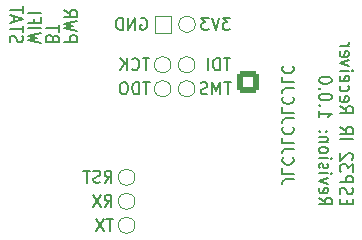
<source format=gbo>
G04 #@! TF.GenerationSoftware,KiCad,Pcbnew,8.0.1*
G04 #@! TF.CreationDate,2024-04-19T23:10:03+02:00*
G04 #@! TF.ProjectId,esp-ir-receiver,6573702d-6972-42d7-9265-636569766572,1.0.0*
G04 #@! TF.SameCoordinates,Original*
G04 #@! TF.FileFunction,Legend,Bot*
G04 #@! TF.FilePolarity,Positive*
%FSLAX46Y46*%
G04 Gerber Fmt 4.6, Leading zero omitted, Abs format (unit mm)*
G04 Created by KiCad (PCBNEW 8.0.1) date 2024-04-19 23:10:03*
%MOMM*%
%LPD*%
G01*
G04 APERTURE LIST*
G04 Aperture macros list*
%AMRoundRect*
0 Rectangle with rounded corners*
0 $1 Rounding radius*
0 $2 $3 $4 $5 $6 $7 $8 $9 X,Y pos of 4 corners*
0 Add a 4 corners polygon primitive as box body*
4,1,4,$2,$3,$4,$5,$6,$7,$8,$9,$2,$3,0*
0 Add four circle primitives for the rounded corners*
1,1,$1+$1,$2,$3*
1,1,$1+$1,$4,$5*
1,1,$1+$1,$6,$7*
1,1,$1+$1,$8,$9*
0 Add four rect primitives between the rounded corners*
20,1,$1+$1,$2,$3,$4,$5,0*
20,1,$1+$1,$4,$5,$6,$7,0*
20,1,$1+$1,$6,$7,$8,$9,0*
20,1,$1+$1,$8,$9,$2,$3,0*%
G04 Aperture macros list end*
%ADD10C,0.200000*%
%ADD11C,0.153000*%
%ADD12C,0.150000*%
%ADD13C,0.120000*%
%ADD14RoundRect,0.248400X0.651600X-0.651600X0.651600X0.651600X-0.651600X0.651600X-0.651600X-0.651600X0*%
%ADD15C,1.800000*%
%ADD16C,0.650000*%
%ADD17O,2.100000X1.000000*%
%ADD18O,1.800000X1.000000*%
%ADD19C,1.000000*%
%ADD20R,1.000000X1.000000*%
G04 APERTURE END LIST*
D10*
X159563148Y-111896325D02*
X159563148Y-111562992D01*
X158986958Y-111420135D02*
X158986958Y-111896325D01*
X158986958Y-111896325D02*
X160086958Y-111896325D01*
X160086958Y-111896325D02*
X160086958Y-111420135D01*
X159039339Y-111039182D02*
X158986958Y-110896325D01*
X158986958Y-110896325D02*
X158986958Y-110658230D01*
X158986958Y-110658230D02*
X159039339Y-110562992D01*
X159039339Y-110562992D02*
X159091719Y-110515373D01*
X159091719Y-110515373D02*
X159196481Y-110467754D01*
X159196481Y-110467754D02*
X159301243Y-110467754D01*
X159301243Y-110467754D02*
X159406005Y-110515373D01*
X159406005Y-110515373D02*
X159458386Y-110562992D01*
X159458386Y-110562992D02*
X159510767Y-110658230D01*
X159510767Y-110658230D02*
X159563148Y-110848706D01*
X159563148Y-110848706D02*
X159615529Y-110943944D01*
X159615529Y-110943944D02*
X159667910Y-110991563D01*
X159667910Y-110991563D02*
X159772672Y-111039182D01*
X159772672Y-111039182D02*
X159877434Y-111039182D01*
X159877434Y-111039182D02*
X159982196Y-110991563D01*
X159982196Y-110991563D02*
X160034577Y-110943944D01*
X160034577Y-110943944D02*
X160086958Y-110848706D01*
X160086958Y-110848706D02*
X160086958Y-110610611D01*
X160086958Y-110610611D02*
X160034577Y-110467754D01*
X158986958Y-110039182D02*
X160086958Y-110039182D01*
X160086958Y-110039182D02*
X160086958Y-109658230D01*
X160086958Y-109658230D02*
X160034577Y-109562992D01*
X160034577Y-109562992D02*
X159982196Y-109515373D01*
X159982196Y-109515373D02*
X159877434Y-109467754D01*
X159877434Y-109467754D02*
X159720291Y-109467754D01*
X159720291Y-109467754D02*
X159615529Y-109515373D01*
X159615529Y-109515373D02*
X159563148Y-109562992D01*
X159563148Y-109562992D02*
X159510767Y-109658230D01*
X159510767Y-109658230D02*
X159510767Y-110039182D01*
X160086958Y-109134420D02*
X160086958Y-108515373D01*
X160086958Y-108515373D02*
X159667910Y-108848706D01*
X159667910Y-108848706D02*
X159667910Y-108705849D01*
X159667910Y-108705849D02*
X159615529Y-108610611D01*
X159615529Y-108610611D02*
X159563148Y-108562992D01*
X159563148Y-108562992D02*
X159458386Y-108515373D01*
X159458386Y-108515373D02*
X159196481Y-108515373D01*
X159196481Y-108515373D02*
X159091719Y-108562992D01*
X159091719Y-108562992D02*
X159039339Y-108610611D01*
X159039339Y-108610611D02*
X158986958Y-108705849D01*
X158986958Y-108705849D02*
X158986958Y-108991563D01*
X158986958Y-108991563D02*
X159039339Y-109086801D01*
X159039339Y-109086801D02*
X159091719Y-109134420D01*
X159982196Y-108134420D02*
X160034577Y-108086801D01*
X160034577Y-108086801D02*
X160086958Y-107991563D01*
X160086958Y-107991563D02*
X160086958Y-107753468D01*
X160086958Y-107753468D02*
X160034577Y-107658230D01*
X160034577Y-107658230D02*
X159982196Y-107610611D01*
X159982196Y-107610611D02*
X159877434Y-107562992D01*
X159877434Y-107562992D02*
X159772672Y-107562992D01*
X159772672Y-107562992D02*
X159615529Y-107610611D01*
X159615529Y-107610611D02*
X158986958Y-108182039D01*
X158986958Y-108182039D02*
X158986958Y-107562992D01*
X158986958Y-106372515D02*
X160086958Y-106372515D01*
X158986958Y-105324897D02*
X159510767Y-105658230D01*
X158986958Y-105896325D02*
X160086958Y-105896325D01*
X160086958Y-105896325D02*
X160086958Y-105515373D01*
X160086958Y-105515373D02*
X160034577Y-105420135D01*
X160034577Y-105420135D02*
X159982196Y-105372516D01*
X159982196Y-105372516D02*
X159877434Y-105324897D01*
X159877434Y-105324897D02*
X159720291Y-105324897D01*
X159720291Y-105324897D02*
X159615529Y-105372516D01*
X159615529Y-105372516D02*
X159563148Y-105420135D01*
X159563148Y-105420135D02*
X159510767Y-105515373D01*
X159510767Y-105515373D02*
X159510767Y-105896325D01*
X158986958Y-103562992D02*
X159510767Y-103896325D01*
X158986958Y-104134420D02*
X160086958Y-104134420D01*
X160086958Y-104134420D02*
X160086958Y-103753468D01*
X160086958Y-103753468D02*
X160034577Y-103658230D01*
X160034577Y-103658230D02*
X159982196Y-103610611D01*
X159982196Y-103610611D02*
X159877434Y-103562992D01*
X159877434Y-103562992D02*
X159720291Y-103562992D01*
X159720291Y-103562992D02*
X159615529Y-103610611D01*
X159615529Y-103610611D02*
X159563148Y-103658230D01*
X159563148Y-103658230D02*
X159510767Y-103753468D01*
X159510767Y-103753468D02*
X159510767Y-104134420D01*
X159039339Y-102753468D02*
X158986958Y-102848706D01*
X158986958Y-102848706D02*
X158986958Y-103039182D01*
X158986958Y-103039182D02*
X159039339Y-103134420D01*
X159039339Y-103134420D02*
X159144100Y-103182039D01*
X159144100Y-103182039D02*
X159563148Y-103182039D01*
X159563148Y-103182039D02*
X159667910Y-103134420D01*
X159667910Y-103134420D02*
X159720291Y-103039182D01*
X159720291Y-103039182D02*
X159720291Y-102848706D01*
X159720291Y-102848706D02*
X159667910Y-102753468D01*
X159667910Y-102753468D02*
X159563148Y-102705849D01*
X159563148Y-102705849D02*
X159458386Y-102705849D01*
X159458386Y-102705849D02*
X159353624Y-103182039D01*
X159039339Y-101848706D02*
X158986958Y-101943944D01*
X158986958Y-101943944D02*
X158986958Y-102134420D01*
X158986958Y-102134420D02*
X159039339Y-102229658D01*
X159039339Y-102229658D02*
X159091719Y-102277277D01*
X159091719Y-102277277D02*
X159196481Y-102324896D01*
X159196481Y-102324896D02*
X159510767Y-102324896D01*
X159510767Y-102324896D02*
X159615529Y-102277277D01*
X159615529Y-102277277D02*
X159667910Y-102229658D01*
X159667910Y-102229658D02*
X159720291Y-102134420D01*
X159720291Y-102134420D02*
X159720291Y-101943944D01*
X159720291Y-101943944D02*
X159667910Y-101848706D01*
X159039339Y-101039182D02*
X158986958Y-101134420D01*
X158986958Y-101134420D02*
X158986958Y-101324896D01*
X158986958Y-101324896D02*
X159039339Y-101420134D01*
X159039339Y-101420134D02*
X159144100Y-101467753D01*
X159144100Y-101467753D02*
X159563148Y-101467753D01*
X159563148Y-101467753D02*
X159667910Y-101420134D01*
X159667910Y-101420134D02*
X159720291Y-101324896D01*
X159720291Y-101324896D02*
X159720291Y-101134420D01*
X159720291Y-101134420D02*
X159667910Y-101039182D01*
X159667910Y-101039182D02*
X159563148Y-100991563D01*
X159563148Y-100991563D02*
X159458386Y-100991563D01*
X159458386Y-100991563D02*
X159353624Y-101467753D01*
X158986958Y-100562991D02*
X159720291Y-100562991D01*
X160086958Y-100562991D02*
X160034577Y-100610610D01*
X160034577Y-100610610D02*
X159982196Y-100562991D01*
X159982196Y-100562991D02*
X160034577Y-100515372D01*
X160034577Y-100515372D02*
X160086958Y-100562991D01*
X160086958Y-100562991D02*
X159982196Y-100562991D01*
X159720291Y-100182039D02*
X158986958Y-99943944D01*
X158986958Y-99943944D02*
X159720291Y-99705849D01*
X159039339Y-98943944D02*
X158986958Y-99039182D01*
X158986958Y-99039182D02*
X158986958Y-99229658D01*
X158986958Y-99229658D02*
X159039339Y-99324896D01*
X159039339Y-99324896D02*
X159144100Y-99372515D01*
X159144100Y-99372515D02*
X159563148Y-99372515D01*
X159563148Y-99372515D02*
X159667910Y-99324896D01*
X159667910Y-99324896D02*
X159720291Y-99229658D01*
X159720291Y-99229658D02*
X159720291Y-99039182D01*
X159720291Y-99039182D02*
X159667910Y-98943944D01*
X159667910Y-98943944D02*
X159563148Y-98896325D01*
X159563148Y-98896325D02*
X159458386Y-98896325D01*
X159458386Y-98896325D02*
X159353624Y-99372515D01*
X158986958Y-98467753D02*
X159720291Y-98467753D01*
X159510767Y-98467753D02*
X159615529Y-98420134D01*
X159615529Y-98420134D02*
X159667910Y-98372515D01*
X159667910Y-98372515D02*
X159720291Y-98277277D01*
X159720291Y-98277277D02*
X159720291Y-98182039D01*
X157216020Y-111324897D02*
X157739829Y-111658230D01*
X157216020Y-111896325D02*
X158316020Y-111896325D01*
X158316020Y-111896325D02*
X158316020Y-111515373D01*
X158316020Y-111515373D02*
X158263639Y-111420135D01*
X158263639Y-111420135D02*
X158211258Y-111372516D01*
X158211258Y-111372516D02*
X158106496Y-111324897D01*
X158106496Y-111324897D02*
X157949353Y-111324897D01*
X157949353Y-111324897D02*
X157844591Y-111372516D01*
X157844591Y-111372516D02*
X157792210Y-111420135D01*
X157792210Y-111420135D02*
X157739829Y-111515373D01*
X157739829Y-111515373D02*
X157739829Y-111896325D01*
X157268401Y-110515373D02*
X157216020Y-110610611D01*
X157216020Y-110610611D02*
X157216020Y-110801087D01*
X157216020Y-110801087D02*
X157268401Y-110896325D01*
X157268401Y-110896325D02*
X157373162Y-110943944D01*
X157373162Y-110943944D02*
X157792210Y-110943944D01*
X157792210Y-110943944D02*
X157896972Y-110896325D01*
X157896972Y-110896325D02*
X157949353Y-110801087D01*
X157949353Y-110801087D02*
X157949353Y-110610611D01*
X157949353Y-110610611D02*
X157896972Y-110515373D01*
X157896972Y-110515373D02*
X157792210Y-110467754D01*
X157792210Y-110467754D02*
X157687448Y-110467754D01*
X157687448Y-110467754D02*
X157582686Y-110943944D01*
X157949353Y-110134420D02*
X157216020Y-109896325D01*
X157216020Y-109896325D02*
X157949353Y-109658230D01*
X157216020Y-109277277D02*
X157949353Y-109277277D01*
X158316020Y-109277277D02*
X158263639Y-109324896D01*
X158263639Y-109324896D02*
X158211258Y-109277277D01*
X158211258Y-109277277D02*
X158263639Y-109229658D01*
X158263639Y-109229658D02*
X158316020Y-109277277D01*
X158316020Y-109277277D02*
X158211258Y-109277277D01*
X157268401Y-108848706D02*
X157216020Y-108753468D01*
X157216020Y-108753468D02*
X157216020Y-108562992D01*
X157216020Y-108562992D02*
X157268401Y-108467754D01*
X157268401Y-108467754D02*
X157373162Y-108420135D01*
X157373162Y-108420135D02*
X157425543Y-108420135D01*
X157425543Y-108420135D02*
X157530305Y-108467754D01*
X157530305Y-108467754D02*
X157582686Y-108562992D01*
X157582686Y-108562992D02*
X157582686Y-108705849D01*
X157582686Y-108705849D02*
X157635067Y-108801087D01*
X157635067Y-108801087D02*
X157739829Y-108848706D01*
X157739829Y-108848706D02*
X157792210Y-108848706D01*
X157792210Y-108848706D02*
X157896972Y-108801087D01*
X157896972Y-108801087D02*
X157949353Y-108705849D01*
X157949353Y-108705849D02*
X157949353Y-108562992D01*
X157949353Y-108562992D02*
X157896972Y-108467754D01*
X157216020Y-107991563D02*
X157949353Y-107991563D01*
X158316020Y-107991563D02*
X158263639Y-108039182D01*
X158263639Y-108039182D02*
X158211258Y-107991563D01*
X158211258Y-107991563D02*
X158263639Y-107943944D01*
X158263639Y-107943944D02*
X158316020Y-107991563D01*
X158316020Y-107991563D02*
X158211258Y-107991563D01*
X157216020Y-107372516D02*
X157268401Y-107467754D01*
X157268401Y-107467754D02*
X157320781Y-107515373D01*
X157320781Y-107515373D02*
X157425543Y-107562992D01*
X157425543Y-107562992D02*
X157739829Y-107562992D01*
X157739829Y-107562992D02*
X157844591Y-107515373D01*
X157844591Y-107515373D02*
X157896972Y-107467754D01*
X157896972Y-107467754D02*
X157949353Y-107372516D01*
X157949353Y-107372516D02*
X157949353Y-107229659D01*
X157949353Y-107229659D02*
X157896972Y-107134421D01*
X157896972Y-107134421D02*
X157844591Y-107086802D01*
X157844591Y-107086802D02*
X157739829Y-107039183D01*
X157739829Y-107039183D02*
X157425543Y-107039183D01*
X157425543Y-107039183D02*
X157320781Y-107086802D01*
X157320781Y-107086802D02*
X157268401Y-107134421D01*
X157268401Y-107134421D02*
X157216020Y-107229659D01*
X157216020Y-107229659D02*
X157216020Y-107372516D01*
X157949353Y-106610611D02*
X157216020Y-106610611D01*
X157844591Y-106610611D02*
X157896972Y-106562992D01*
X157896972Y-106562992D02*
X157949353Y-106467754D01*
X157949353Y-106467754D02*
X157949353Y-106324897D01*
X157949353Y-106324897D02*
X157896972Y-106229659D01*
X157896972Y-106229659D02*
X157792210Y-106182040D01*
X157792210Y-106182040D02*
X157216020Y-106182040D01*
X157320781Y-105705849D02*
X157268401Y-105658230D01*
X157268401Y-105658230D02*
X157216020Y-105705849D01*
X157216020Y-105705849D02*
X157268401Y-105753468D01*
X157268401Y-105753468D02*
X157320781Y-105705849D01*
X157320781Y-105705849D02*
X157216020Y-105705849D01*
X157896972Y-105705849D02*
X157844591Y-105658230D01*
X157844591Y-105658230D02*
X157792210Y-105705849D01*
X157792210Y-105705849D02*
X157844591Y-105753468D01*
X157844591Y-105753468D02*
X157896972Y-105705849D01*
X157896972Y-105705849D02*
X157792210Y-105705849D01*
X157216020Y-103943945D02*
X157216020Y-104515373D01*
X157216020Y-104229659D02*
X158316020Y-104229659D01*
X158316020Y-104229659D02*
X158158877Y-104324897D01*
X158158877Y-104324897D02*
X158054115Y-104420135D01*
X158054115Y-104420135D02*
X158001734Y-104515373D01*
X157320781Y-103515373D02*
X157268401Y-103467754D01*
X157268401Y-103467754D02*
X157216020Y-103515373D01*
X157216020Y-103515373D02*
X157268401Y-103562992D01*
X157268401Y-103562992D02*
X157320781Y-103515373D01*
X157320781Y-103515373D02*
X157216020Y-103515373D01*
X158316020Y-102848707D02*
X158316020Y-102753469D01*
X158316020Y-102753469D02*
X158263639Y-102658231D01*
X158263639Y-102658231D02*
X158211258Y-102610612D01*
X158211258Y-102610612D02*
X158106496Y-102562993D01*
X158106496Y-102562993D02*
X157896972Y-102515374D01*
X157896972Y-102515374D02*
X157635067Y-102515374D01*
X157635067Y-102515374D02*
X157425543Y-102562993D01*
X157425543Y-102562993D02*
X157320781Y-102610612D01*
X157320781Y-102610612D02*
X157268401Y-102658231D01*
X157268401Y-102658231D02*
X157216020Y-102753469D01*
X157216020Y-102753469D02*
X157216020Y-102848707D01*
X157216020Y-102848707D02*
X157268401Y-102943945D01*
X157268401Y-102943945D02*
X157320781Y-102991564D01*
X157320781Y-102991564D02*
X157425543Y-103039183D01*
X157425543Y-103039183D02*
X157635067Y-103086802D01*
X157635067Y-103086802D02*
X157896972Y-103086802D01*
X157896972Y-103086802D02*
X158106496Y-103039183D01*
X158106496Y-103039183D02*
X158211258Y-102991564D01*
X158211258Y-102991564D02*
X158263639Y-102943945D01*
X158263639Y-102943945D02*
X158316020Y-102848707D01*
X157320781Y-102086802D02*
X157268401Y-102039183D01*
X157268401Y-102039183D02*
X157216020Y-102086802D01*
X157216020Y-102086802D02*
X157268401Y-102134421D01*
X157268401Y-102134421D02*
X157320781Y-102086802D01*
X157320781Y-102086802D02*
X157216020Y-102086802D01*
X158316020Y-101420136D02*
X158316020Y-101324898D01*
X158316020Y-101324898D02*
X158263639Y-101229660D01*
X158263639Y-101229660D02*
X158211258Y-101182041D01*
X158211258Y-101182041D02*
X158106496Y-101134422D01*
X158106496Y-101134422D02*
X157896972Y-101086803D01*
X157896972Y-101086803D02*
X157635067Y-101086803D01*
X157635067Y-101086803D02*
X157425543Y-101134422D01*
X157425543Y-101134422D02*
X157320781Y-101182041D01*
X157320781Y-101182041D02*
X157268401Y-101229660D01*
X157268401Y-101229660D02*
X157216020Y-101324898D01*
X157216020Y-101324898D02*
X157216020Y-101420136D01*
X157216020Y-101420136D02*
X157268401Y-101515374D01*
X157268401Y-101515374D02*
X157320781Y-101562993D01*
X157320781Y-101562993D02*
X157425543Y-101610612D01*
X157425543Y-101610612D02*
X157635067Y-101658231D01*
X157635067Y-101658231D02*
X157896972Y-101658231D01*
X157896972Y-101658231D02*
X158106496Y-101610612D01*
X158106496Y-101610612D02*
X158211258Y-101562993D01*
X158211258Y-101562993D02*
X158263639Y-101515374D01*
X158263639Y-101515374D02*
X158316020Y-101420136D01*
X131097901Y-98184712D02*
X131045520Y-98041855D01*
X131045520Y-98041855D02*
X131045520Y-97803760D01*
X131045520Y-97803760D02*
X131097901Y-97708522D01*
X131097901Y-97708522D02*
X131150281Y-97660903D01*
X131150281Y-97660903D02*
X131255043Y-97613284D01*
X131255043Y-97613284D02*
X131359805Y-97613284D01*
X131359805Y-97613284D02*
X131464567Y-97660903D01*
X131464567Y-97660903D02*
X131516948Y-97708522D01*
X131516948Y-97708522D02*
X131569329Y-97803760D01*
X131569329Y-97803760D02*
X131621710Y-97994236D01*
X131621710Y-97994236D02*
X131674091Y-98089474D01*
X131674091Y-98089474D02*
X131726472Y-98137093D01*
X131726472Y-98137093D02*
X131831234Y-98184712D01*
X131831234Y-98184712D02*
X131935996Y-98184712D01*
X131935996Y-98184712D02*
X132040758Y-98137093D01*
X132040758Y-98137093D02*
X132093139Y-98089474D01*
X132093139Y-98089474D02*
X132145520Y-97994236D01*
X132145520Y-97994236D02*
X132145520Y-97756141D01*
X132145520Y-97756141D02*
X132093139Y-97613284D01*
X132145520Y-97327569D02*
X132145520Y-96756141D01*
X131045520Y-97041855D02*
X132145520Y-97041855D01*
X131359805Y-96470426D02*
X131359805Y-95994236D01*
X131045520Y-96565664D02*
X132145520Y-96232331D01*
X132145520Y-96232331D02*
X131045520Y-95898998D01*
X132145520Y-95708521D02*
X132145520Y-95137093D01*
X131045520Y-95422807D02*
X132145520Y-95422807D01*
D11*
X155102537Y-109761932D02*
X154388252Y-109761932D01*
X154388252Y-109761932D02*
X154245395Y-109809551D01*
X154245395Y-109809551D02*
X154150157Y-109904789D01*
X154150157Y-109904789D02*
X154102537Y-110047646D01*
X154102537Y-110047646D02*
X154102537Y-110142884D01*
X154102537Y-108809551D02*
X154102537Y-109285741D01*
X154102537Y-109285741D02*
X155102537Y-109285741D01*
X154197776Y-107904789D02*
X154150157Y-107952408D01*
X154150157Y-107952408D02*
X154102537Y-108095265D01*
X154102537Y-108095265D02*
X154102537Y-108190503D01*
X154102537Y-108190503D02*
X154150157Y-108333360D01*
X154150157Y-108333360D02*
X154245395Y-108428598D01*
X154245395Y-108428598D02*
X154340633Y-108476217D01*
X154340633Y-108476217D02*
X154531109Y-108523836D01*
X154531109Y-108523836D02*
X154673966Y-108523836D01*
X154673966Y-108523836D02*
X154864442Y-108476217D01*
X154864442Y-108476217D02*
X154959680Y-108428598D01*
X154959680Y-108428598D02*
X155054918Y-108333360D01*
X155054918Y-108333360D02*
X155102537Y-108190503D01*
X155102537Y-108190503D02*
X155102537Y-108095265D01*
X155102537Y-108095265D02*
X155054918Y-107952408D01*
X155054918Y-107952408D02*
X155007299Y-107904789D01*
X155102537Y-107190503D02*
X154388252Y-107190503D01*
X154388252Y-107190503D02*
X154245395Y-107238122D01*
X154245395Y-107238122D02*
X154150157Y-107333360D01*
X154150157Y-107333360D02*
X154102537Y-107476217D01*
X154102537Y-107476217D02*
X154102537Y-107571455D01*
X154102537Y-106238122D02*
X154102537Y-106714312D01*
X154102537Y-106714312D02*
X155102537Y-106714312D01*
X154197776Y-105333360D02*
X154150157Y-105380979D01*
X154150157Y-105380979D02*
X154102537Y-105523836D01*
X154102537Y-105523836D02*
X154102537Y-105619074D01*
X154102537Y-105619074D02*
X154150157Y-105761931D01*
X154150157Y-105761931D02*
X154245395Y-105857169D01*
X154245395Y-105857169D02*
X154340633Y-105904788D01*
X154340633Y-105904788D02*
X154531109Y-105952407D01*
X154531109Y-105952407D02*
X154673966Y-105952407D01*
X154673966Y-105952407D02*
X154864442Y-105904788D01*
X154864442Y-105904788D02*
X154959680Y-105857169D01*
X154959680Y-105857169D02*
X155054918Y-105761931D01*
X155054918Y-105761931D02*
X155102537Y-105619074D01*
X155102537Y-105619074D02*
X155102537Y-105523836D01*
X155102537Y-105523836D02*
X155054918Y-105380979D01*
X155054918Y-105380979D02*
X155007299Y-105333360D01*
X155102537Y-104619074D02*
X154388252Y-104619074D01*
X154388252Y-104619074D02*
X154245395Y-104666693D01*
X154245395Y-104666693D02*
X154150157Y-104761931D01*
X154150157Y-104761931D02*
X154102537Y-104904788D01*
X154102537Y-104904788D02*
X154102537Y-105000026D01*
X154102537Y-103666693D02*
X154102537Y-104142883D01*
X154102537Y-104142883D02*
X155102537Y-104142883D01*
X154197776Y-102761931D02*
X154150157Y-102809550D01*
X154150157Y-102809550D02*
X154102537Y-102952407D01*
X154102537Y-102952407D02*
X154102537Y-103047645D01*
X154102537Y-103047645D02*
X154150157Y-103190502D01*
X154150157Y-103190502D02*
X154245395Y-103285740D01*
X154245395Y-103285740D02*
X154340633Y-103333359D01*
X154340633Y-103333359D02*
X154531109Y-103380978D01*
X154531109Y-103380978D02*
X154673966Y-103380978D01*
X154673966Y-103380978D02*
X154864442Y-103333359D01*
X154864442Y-103333359D02*
X154959680Y-103285740D01*
X154959680Y-103285740D02*
X155054918Y-103190502D01*
X155054918Y-103190502D02*
X155102537Y-103047645D01*
X155102537Y-103047645D02*
X155102537Y-102952407D01*
X155102537Y-102952407D02*
X155054918Y-102809550D01*
X155054918Y-102809550D02*
X155007299Y-102761931D01*
X155102537Y-102047645D02*
X154388252Y-102047645D01*
X154388252Y-102047645D02*
X154245395Y-102095264D01*
X154245395Y-102095264D02*
X154150157Y-102190502D01*
X154150157Y-102190502D02*
X154102537Y-102333359D01*
X154102537Y-102333359D02*
X154102537Y-102428597D01*
X154102537Y-101095264D02*
X154102537Y-101571454D01*
X154102537Y-101571454D02*
X155102537Y-101571454D01*
X154197776Y-100190502D02*
X154150157Y-100238121D01*
X154150157Y-100238121D02*
X154102537Y-100380978D01*
X154102537Y-100380978D02*
X154102537Y-100476216D01*
X154102537Y-100476216D02*
X154150157Y-100619073D01*
X154150157Y-100619073D02*
X154245395Y-100714311D01*
X154245395Y-100714311D02*
X154340633Y-100761930D01*
X154340633Y-100761930D02*
X154531109Y-100809549D01*
X154531109Y-100809549D02*
X154673966Y-100809549D01*
X154673966Y-100809549D02*
X154864442Y-100761930D01*
X154864442Y-100761930D02*
X154959680Y-100714311D01*
X154959680Y-100714311D02*
X155054918Y-100619073D01*
X155054918Y-100619073D02*
X155102537Y-100476216D01*
X155102537Y-100476216D02*
X155102537Y-100380978D01*
X155102537Y-100380978D02*
X155054918Y-100238121D01*
X155054918Y-100238121D02*
X155007299Y-100190502D01*
D10*
X133652232Y-98232331D02*
X132552232Y-97994236D01*
X132552232Y-97994236D02*
X133337946Y-97803760D01*
X133337946Y-97803760D02*
X132552232Y-97613284D01*
X132552232Y-97613284D02*
X133652232Y-97375189D01*
X132552232Y-96994236D02*
X133652232Y-96994236D01*
X133128422Y-96184713D02*
X133128422Y-96518046D01*
X132552232Y-96518046D02*
X133652232Y-96518046D01*
X133652232Y-96518046D02*
X133652232Y-96041856D01*
X132552232Y-95660903D02*
X133652232Y-95660903D01*
X135617520Y-98137092D02*
X136717520Y-98137092D01*
X136717520Y-98137092D02*
X136717520Y-97756140D01*
X136717520Y-97756140D02*
X136665139Y-97660902D01*
X136665139Y-97660902D02*
X136612758Y-97613283D01*
X136612758Y-97613283D02*
X136507996Y-97565664D01*
X136507996Y-97565664D02*
X136350853Y-97565664D01*
X136350853Y-97565664D02*
X136246091Y-97613283D01*
X136246091Y-97613283D02*
X136193710Y-97660902D01*
X136193710Y-97660902D02*
X136141329Y-97756140D01*
X136141329Y-97756140D02*
X136141329Y-98137092D01*
X136717520Y-97232330D02*
X135617520Y-96994235D01*
X135617520Y-96994235D02*
X136403234Y-96803759D01*
X136403234Y-96803759D02*
X135617520Y-96613283D01*
X135617520Y-96613283D02*
X136717520Y-96375188D01*
X135617520Y-95422807D02*
X136141329Y-95756140D01*
X135617520Y-95994235D02*
X136717520Y-95994235D01*
X136717520Y-95994235D02*
X136717520Y-95613283D01*
X136717520Y-95613283D02*
X136665139Y-95518045D01*
X136665139Y-95518045D02*
X136612758Y-95470426D01*
X136612758Y-95470426D02*
X136507996Y-95422807D01*
X136507996Y-95422807D02*
X136350853Y-95422807D01*
X136350853Y-95422807D02*
X136246091Y-95470426D01*
X136246091Y-95470426D02*
X136193710Y-95518045D01*
X136193710Y-95518045D02*
X136141329Y-95613283D01*
X136141329Y-95613283D02*
X136141329Y-95994235D01*
X134669710Y-97803759D02*
X134617329Y-97660902D01*
X134617329Y-97660902D02*
X134564948Y-97613283D01*
X134564948Y-97613283D02*
X134460186Y-97565664D01*
X134460186Y-97565664D02*
X134303043Y-97565664D01*
X134303043Y-97565664D02*
X134198281Y-97613283D01*
X134198281Y-97613283D02*
X134145901Y-97660902D01*
X134145901Y-97660902D02*
X134093520Y-97756140D01*
X134093520Y-97756140D02*
X134093520Y-98137092D01*
X134093520Y-98137092D02*
X135193520Y-98137092D01*
X135193520Y-98137092D02*
X135193520Y-97803759D01*
X135193520Y-97803759D02*
X135141139Y-97708521D01*
X135141139Y-97708521D02*
X135088758Y-97660902D01*
X135088758Y-97660902D02*
X134983996Y-97613283D01*
X134983996Y-97613283D02*
X134879234Y-97613283D01*
X134879234Y-97613283D02*
X134774472Y-97660902D01*
X134774472Y-97660902D02*
X134722091Y-97708521D01*
X134722091Y-97708521D02*
X134669710Y-97803759D01*
X134669710Y-97803759D02*
X134669710Y-98137092D01*
X135193520Y-97279949D02*
X135193520Y-96708521D01*
X134093520Y-96994235D02*
X135193520Y-96994235D01*
D12*
X139076620Y-110053818D02*
X139409953Y-109577627D01*
X139648048Y-110053818D02*
X139648048Y-109053818D01*
X139648048Y-109053818D02*
X139267096Y-109053818D01*
X139267096Y-109053818D02*
X139171858Y-109101437D01*
X139171858Y-109101437D02*
X139124239Y-109149056D01*
X139124239Y-109149056D02*
X139076620Y-109244294D01*
X139076620Y-109244294D02*
X139076620Y-109387151D01*
X139076620Y-109387151D02*
X139124239Y-109482389D01*
X139124239Y-109482389D02*
X139171858Y-109530008D01*
X139171858Y-109530008D02*
X139267096Y-109577627D01*
X139267096Y-109577627D02*
X139648048Y-109577627D01*
X138695667Y-110006199D02*
X138552810Y-110053818D01*
X138552810Y-110053818D02*
X138314715Y-110053818D01*
X138314715Y-110053818D02*
X138219477Y-110006199D01*
X138219477Y-110006199D02*
X138171858Y-109958579D01*
X138171858Y-109958579D02*
X138124239Y-109863341D01*
X138124239Y-109863341D02*
X138124239Y-109768103D01*
X138124239Y-109768103D02*
X138171858Y-109672865D01*
X138171858Y-109672865D02*
X138219477Y-109625246D01*
X138219477Y-109625246D02*
X138314715Y-109577627D01*
X138314715Y-109577627D02*
X138505191Y-109530008D01*
X138505191Y-109530008D02*
X138600429Y-109482389D01*
X138600429Y-109482389D02*
X138648048Y-109434770D01*
X138648048Y-109434770D02*
X138695667Y-109339532D01*
X138695667Y-109339532D02*
X138695667Y-109244294D01*
X138695667Y-109244294D02*
X138648048Y-109149056D01*
X138648048Y-109149056D02*
X138600429Y-109101437D01*
X138600429Y-109101437D02*
X138505191Y-109053818D01*
X138505191Y-109053818D02*
X138267096Y-109053818D01*
X138267096Y-109053818D02*
X138124239Y-109101437D01*
X137838524Y-109053818D02*
X137267096Y-109053818D01*
X137552810Y-110053818D02*
X137552810Y-109053818D01*
X142862714Y-99528818D02*
X142291286Y-99528818D01*
X142577000Y-100528818D02*
X142577000Y-99528818D01*
X141386524Y-100433579D02*
X141434143Y-100481199D01*
X141434143Y-100481199D02*
X141577000Y-100528818D01*
X141577000Y-100528818D02*
X141672238Y-100528818D01*
X141672238Y-100528818D02*
X141815095Y-100481199D01*
X141815095Y-100481199D02*
X141910333Y-100385960D01*
X141910333Y-100385960D02*
X141957952Y-100290722D01*
X141957952Y-100290722D02*
X142005571Y-100100246D01*
X142005571Y-100100246D02*
X142005571Y-99957389D01*
X142005571Y-99957389D02*
X141957952Y-99766913D01*
X141957952Y-99766913D02*
X141910333Y-99671675D01*
X141910333Y-99671675D02*
X141815095Y-99576437D01*
X141815095Y-99576437D02*
X141672238Y-99528818D01*
X141672238Y-99528818D02*
X141577000Y-99528818D01*
X141577000Y-99528818D02*
X141434143Y-99576437D01*
X141434143Y-99576437D02*
X141386524Y-99624056D01*
X140957952Y-100528818D02*
X140957952Y-99528818D01*
X140386524Y-100528818D02*
X140815095Y-99957389D01*
X140386524Y-99528818D02*
X140957952Y-100100246D01*
X142886524Y-101560818D02*
X142315096Y-101560818D01*
X142600810Y-102560818D02*
X142600810Y-101560818D01*
X141981762Y-102560818D02*
X141981762Y-101560818D01*
X141981762Y-101560818D02*
X141743667Y-101560818D01*
X141743667Y-101560818D02*
X141600810Y-101608437D01*
X141600810Y-101608437D02*
X141505572Y-101703675D01*
X141505572Y-101703675D02*
X141457953Y-101798913D01*
X141457953Y-101798913D02*
X141410334Y-101989389D01*
X141410334Y-101989389D02*
X141410334Y-102132246D01*
X141410334Y-102132246D02*
X141457953Y-102322722D01*
X141457953Y-102322722D02*
X141505572Y-102417960D01*
X141505572Y-102417960D02*
X141600810Y-102513199D01*
X141600810Y-102513199D02*
X141743667Y-102560818D01*
X141743667Y-102560818D02*
X141981762Y-102560818D01*
X140791286Y-101560818D02*
X140600810Y-101560818D01*
X140600810Y-101560818D02*
X140505572Y-101608437D01*
X140505572Y-101608437D02*
X140410334Y-101703675D01*
X140410334Y-101703675D02*
X140362715Y-101894151D01*
X140362715Y-101894151D02*
X140362715Y-102227484D01*
X140362715Y-102227484D02*
X140410334Y-102417960D01*
X140410334Y-102417960D02*
X140505572Y-102513199D01*
X140505572Y-102513199D02*
X140600810Y-102560818D01*
X140600810Y-102560818D02*
X140791286Y-102560818D01*
X140791286Y-102560818D02*
X140886524Y-102513199D01*
X140886524Y-102513199D02*
X140981762Y-102417960D01*
X140981762Y-102417960D02*
X141029381Y-102227484D01*
X141029381Y-102227484D02*
X141029381Y-101894151D01*
X141029381Y-101894151D02*
X140981762Y-101703675D01*
X140981762Y-101703675D02*
X140886524Y-101608437D01*
X140886524Y-101608437D02*
X140791286Y-101560818D01*
X139798905Y-113117818D02*
X139227477Y-113117818D01*
X139513191Y-114117818D02*
X139513191Y-113117818D01*
X138989381Y-113117818D02*
X138322715Y-114117818D01*
X138322715Y-113117818D02*
X138989381Y-114117818D01*
X139076667Y-112085818D02*
X139410000Y-111609627D01*
X139648095Y-112085818D02*
X139648095Y-111085818D01*
X139648095Y-111085818D02*
X139267143Y-111085818D01*
X139267143Y-111085818D02*
X139171905Y-111133437D01*
X139171905Y-111133437D02*
X139124286Y-111181056D01*
X139124286Y-111181056D02*
X139076667Y-111276294D01*
X139076667Y-111276294D02*
X139076667Y-111419151D01*
X139076667Y-111419151D02*
X139124286Y-111514389D01*
X139124286Y-111514389D02*
X139171905Y-111562008D01*
X139171905Y-111562008D02*
X139267143Y-111609627D01*
X139267143Y-111609627D02*
X139648095Y-111609627D01*
X138743333Y-111085818D02*
X138076667Y-112085818D01*
X138076667Y-111085818D02*
X138743333Y-112085818D01*
X149768333Y-101560818D02*
X149196905Y-101560818D01*
X149482619Y-102560818D02*
X149482619Y-101560818D01*
X148863571Y-102560818D02*
X148863571Y-101560818D01*
X148863571Y-101560818D02*
X148530238Y-102275103D01*
X148530238Y-102275103D02*
X148196905Y-101560818D01*
X148196905Y-101560818D02*
X148196905Y-102560818D01*
X147768333Y-102513199D02*
X147625476Y-102560818D01*
X147625476Y-102560818D02*
X147387381Y-102560818D01*
X147387381Y-102560818D02*
X147292143Y-102513199D01*
X147292143Y-102513199D02*
X147244524Y-102465579D01*
X147244524Y-102465579D02*
X147196905Y-102370341D01*
X147196905Y-102370341D02*
X147196905Y-102275103D01*
X147196905Y-102275103D02*
X147244524Y-102179865D01*
X147244524Y-102179865D02*
X147292143Y-102132246D01*
X147292143Y-102132246D02*
X147387381Y-102084627D01*
X147387381Y-102084627D02*
X147577857Y-102037008D01*
X147577857Y-102037008D02*
X147673095Y-101989389D01*
X147673095Y-101989389D02*
X147720714Y-101941770D01*
X147720714Y-101941770D02*
X147768333Y-101846532D01*
X147768333Y-101846532D02*
X147768333Y-101751294D01*
X147768333Y-101751294D02*
X147720714Y-101656056D01*
X147720714Y-101656056D02*
X147673095Y-101608437D01*
X147673095Y-101608437D02*
X147577857Y-101560818D01*
X147577857Y-101560818D02*
X147339762Y-101560818D01*
X147339762Y-101560818D02*
X147196905Y-101608437D01*
X149712809Y-99528818D02*
X149141381Y-99528818D01*
X149427095Y-100528818D02*
X149427095Y-99528818D01*
X148808047Y-100528818D02*
X148808047Y-99528818D01*
X148808047Y-99528818D02*
X148569952Y-99528818D01*
X148569952Y-99528818D02*
X148427095Y-99576437D01*
X148427095Y-99576437D02*
X148331857Y-99671675D01*
X148331857Y-99671675D02*
X148284238Y-99766913D01*
X148284238Y-99766913D02*
X148236619Y-99957389D01*
X148236619Y-99957389D02*
X148236619Y-100100246D01*
X148236619Y-100100246D02*
X148284238Y-100290722D01*
X148284238Y-100290722D02*
X148331857Y-100385960D01*
X148331857Y-100385960D02*
X148427095Y-100481199D01*
X148427095Y-100481199D02*
X148569952Y-100528818D01*
X148569952Y-100528818D02*
X148808047Y-100528818D01*
X147808047Y-100528818D02*
X147808047Y-99528818D01*
X149698495Y-96099818D02*
X149079448Y-96099818D01*
X149079448Y-96099818D02*
X149412781Y-96480770D01*
X149412781Y-96480770D02*
X149269924Y-96480770D01*
X149269924Y-96480770D02*
X149174686Y-96528389D01*
X149174686Y-96528389D02*
X149127067Y-96576008D01*
X149127067Y-96576008D02*
X149079448Y-96671246D01*
X149079448Y-96671246D02*
X149079448Y-96909341D01*
X149079448Y-96909341D02*
X149127067Y-97004579D01*
X149127067Y-97004579D02*
X149174686Y-97052199D01*
X149174686Y-97052199D02*
X149269924Y-97099818D01*
X149269924Y-97099818D02*
X149555638Y-97099818D01*
X149555638Y-97099818D02*
X149650876Y-97052199D01*
X149650876Y-97052199D02*
X149698495Y-97004579D01*
X148793733Y-96099818D02*
X148460400Y-97099818D01*
X148460400Y-97099818D02*
X148127067Y-96099818D01*
X147888971Y-96099818D02*
X147269924Y-96099818D01*
X147269924Y-96099818D02*
X147603257Y-96480770D01*
X147603257Y-96480770D02*
X147460400Y-96480770D01*
X147460400Y-96480770D02*
X147365162Y-96528389D01*
X147365162Y-96528389D02*
X147317543Y-96576008D01*
X147317543Y-96576008D02*
X147269924Y-96671246D01*
X147269924Y-96671246D02*
X147269924Y-96909341D01*
X147269924Y-96909341D02*
X147317543Y-97004579D01*
X147317543Y-97004579D02*
X147365162Y-97052199D01*
X147365162Y-97052199D02*
X147460400Y-97099818D01*
X147460400Y-97099818D02*
X147746114Y-97099818D01*
X147746114Y-97099818D02*
X147841352Y-97052199D01*
X147841352Y-97052199D02*
X147888971Y-97004579D01*
X142110305Y-96147437D02*
X142205543Y-96099818D01*
X142205543Y-96099818D02*
X142348400Y-96099818D01*
X142348400Y-96099818D02*
X142491257Y-96147437D01*
X142491257Y-96147437D02*
X142586495Y-96242675D01*
X142586495Y-96242675D02*
X142634114Y-96337913D01*
X142634114Y-96337913D02*
X142681733Y-96528389D01*
X142681733Y-96528389D02*
X142681733Y-96671246D01*
X142681733Y-96671246D02*
X142634114Y-96861722D01*
X142634114Y-96861722D02*
X142586495Y-96956960D01*
X142586495Y-96956960D02*
X142491257Y-97052199D01*
X142491257Y-97052199D02*
X142348400Y-97099818D01*
X142348400Y-97099818D02*
X142253162Y-97099818D01*
X142253162Y-97099818D02*
X142110305Y-97052199D01*
X142110305Y-97052199D02*
X142062686Y-97004579D01*
X142062686Y-97004579D02*
X142062686Y-96671246D01*
X142062686Y-96671246D02*
X142253162Y-96671246D01*
X141634114Y-97099818D02*
X141634114Y-96099818D01*
X141634114Y-96099818D02*
X141062686Y-97099818D01*
X141062686Y-97099818D02*
X141062686Y-96099818D01*
X140586495Y-97099818D02*
X140586495Y-96099818D01*
X140586495Y-96099818D02*
X140348400Y-96099818D01*
X140348400Y-96099818D02*
X140205543Y-96147437D01*
X140205543Y-96147437D02*
X140110305Y-96242675D01*
X140110305Y-96242675D02*
X140062686Y-96337913D01*
X140062686Y-96337913D02*
X140015067Y-96528389D01*
X140015067Y-96528389D02*
X140015067Y-96671246D01*
X140015067Y-96671246D02*
X140062686Y-96861722D01*
X140062686Y-96861722D02*
X140110305Y-96956960D01*
X140110305Y-96956960D02*
X140205543Y-97052199D01*
X140205543Y-97052199D02*
X140348400Y-97099818D01*
X140348400Y-97099818D02*
X140586495Y-97099818D01*
D13*
X141642001Y-109598999D02*
G75*
G02*
X140242001Y-109598999I-700000J0D01*
G01*
X140242001Y-109598999D02*
G75*
G02*
X141642001Y-109598999I700000J0D01*
G01*
X144690001Y-100073999D02*
G75*
G02*
X143290001Y-100073999I-700000J0D01*
G01*
X143290001Y-100073999D02*
G75*
G02*
X144690001Y-100073999I700000J0D01*
G01*
X144690001Y-102105999D02*
G75*
G02*
X143290001Y-102105999I-700000J0D01*
G01*
X143290001Y-102105999D02*
G75*
G02*
X144690001Y-102105999I700000J0D01*
G01*
X141642001Y-113662999D02*
G75*
G02*
X140242001Y-113662999I-700000J0D01*
G01*
X140242001Y-113662999D02*
G75*
G02*
X141642001Y-113662999I700000J0D01*
G01*
X141642001Y-111630999D02*
G75*
G02*
X140242001Y-111630999I-700000J0D01*
G01*
X140242001Y-111630999D02*
G75*
G02*
X141642001Y-111630999I700000J0D01*
G01*
X146722001Y-102105999D02*
G75*
G02*
X145322001Y-102105999I-700000J0D01*
G01*
X145322001Y-102105999D02*
G75*
G02*
X146722001Y-102105999I700000J0D01*
G01*
X146722001Y-100073999D02*
G75*
G02*
X145322001Y-100073999I-700000J0D01*
G01*
X145322001Y-100073999D02*
G75*
G02*
X146722001Y-100073999I700000J0D01*
G01*
X146747401Y-96644999D02*
G75*
G02*
X145347401Y-96644999I-700000J0D01*
G01*
X145347401Y-96644999D02*
G75*
G02*
X146747401Y-96644999I700000J0D01*
G01*
X143315401Y-95944999D02*
X143315401Y-97344999D01*
X143315401Y-97344999D02*
X144715401Y-97344999D01*
X144715401Y-95944999D02*
X143315401Y-95944999D01*
X144715401Y-97344999D02*
X144715401Y-95944999D01*
%LPC*%
D14*
X151184001Y-101494024D03*
D15*
X151184001Y-98954024D03*
X151184001Y-96414024D03*
D16*
X134589001Y-101089999D03*
X134589001Y-106869999D03*
D17*
X135109001Y-99659999D03*
D18*
X130909001Y-99659999D03*
D17*
X135109001Y-108299999D03*
D18*
X130909001Y-108299999D03*
D19*
X140942001Y-109598999D03*
X143990001Y-100073999D03*
X143990001Y-102105999D03*
X140942001Y-113662999D03*
X140942001Y-111630999D03*
X146022001Y-102105999D03*
X146022001Y-100073999D03*
X146047401Y-96644999D03*
D20*
X144015401Y-96644999D03*
%LPD*%
M02*

</source>
